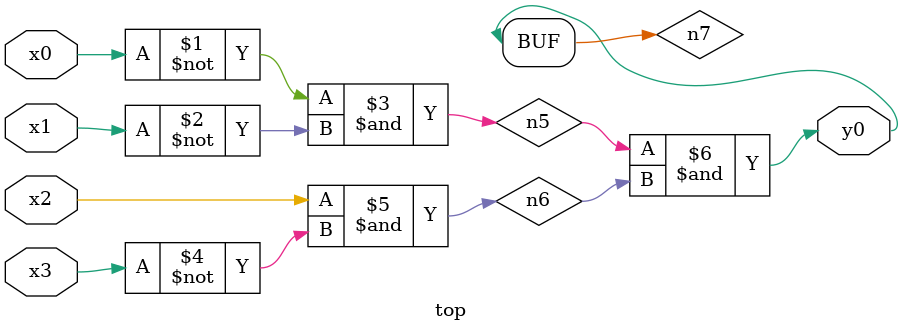
<source format=v>
module top( x0 , x1 , x2 , x3 , y0 );
  input x0 , x1 , x2 , x3 ;
  output y0 ;
  wire n5 , n6 , n7 ;
  assign n5 = ~x0 & ~x1 ;
  assign n6 = x2 & ~x3 ;
  assign n7 = n5 & n6 ;
  assign y0 = n7 ;
endmodule

</source>
